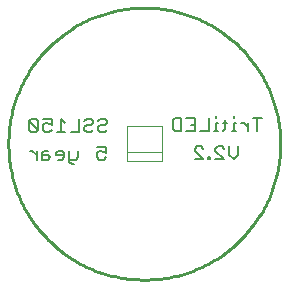
<source format=gbo>
G75*
%MOIN*%
%OFA0B0*%
%FSLAX25Y25*%
%IPPOS*%
%LPD*%
%AMOC8*
5,1,8,0,0,1.08239X$1,22.5*
%
%ADD10C,0.01000*%
%ADD11C,0.00700*%
%ADD12C,0.00394*%
D10*
X0041762Y0059000D02*
X0041776Y0060112D01*
X0041817Y0061223D01*
X0041885Y0062332D01*
X0041980Y0063440D01*
X0042103Y0064545D01*
X0042252Y0065647D01*
X0042429Y0066745D01*
X0042632Y0067838D01*
X0042863Y0068925D01*
X0043120Y0070007D01*
X0043403Y0071082D01*
X0043713Y0072150D01*
X0044048Y0073210D01*
X0044410Y0074261D01*
X0044797Y0075303D01*
X0045210Y0076336D01*
X0045648Y0077357D01*
X0046111Y0078368D01*
X0046599Y0079367D01*
X0047111Y0080354D01*
X0047647Y0081328D01*
X0048207Y0082289D01*
X0048790Y0083235D01*
X0049396Y0084167D01*
X0050025Y0085084D01*
X0050677Y0085985D01*
X0051350Y0086870D01*
X0052045Y0087738D01*
X0052760Y0088589D01*
X0053497Y0089422D01*
X0054254Y0090236D01*
X0055030Y0091032D01*
X0055826Y0091808D01*
X0056640Y0092565D01*
X0057473Y0093302D01*
X0058324Y0094017D01*
X0059192Y0094712D01*
X0060077Y0095385D01*
X0060978Y0096037D01*
X0061895Y0096666D01*
X0062827Y0097272D01*
X0063773Y0097855D01*
X0064734Y0098415D01*
X0065708Y0098951D01*
X0066695Y0099463D01*
X0067694Y0099951D01*
X0068705Y0100414D01*
X0069726Y0100852D01*
X0070759Y0101265D01*
X0071801Y0101652D01*
X0072852Y0102014D01*
X0073912Y0102349D01*
X0074980Y0102659D01*
X0076055Y0102942D01*
X0077137Y0103199D01*
X0078224Y0103430D01*
X0079317Y0103633D01*
X0080415Y0103810D01*
X0081517Y0103959D01*
X0082622Y0104082D01*
X0083730Y0104177D01*
X0084839Y0104245D01*
X0085950Y0104286D01*
X0087062Y0104300D01*
X0088174Y0104286D01*
X0089285Y0104245D01*
X0090394Y0104177D01*
X0091502Y0104082D01*
X0092607Y0103959D01*
X0093709Y0103810D01*
X0094807Y0103633D01*
X0095900Y0103430D01*
X0096987Y0103199D01*
X0098069Y0102942D01*
X0099144Y0102659D01*
X0100212Y0102349D01*
X0101272Y0102014D01*
X0102323Y0101652D01*
X0103365Y0101265D01*
X0104398Y0100852D01*
X0105419Y0100414D01*
X0106430Y0099951D01*
X0107429Y0099463D01*
X0108416Y0098951D01*
X0109390Y0098415D01*
X0110351Y0097855D01*
X0111297Y0097272D01*
X0112229Y0096666D01*
X0113146Y0096037D01*
X0114047Y0095385D01*
X0114932Y0094712D01*
X0115800Y0094017D01*
X0116651Y0093302D01*
X0117484Y0092565D01*
X0118298Y0091808D01*
X0119094Y0091032D01*
X0119870Y0090236D01*
X0120627Y0089422D01*
X0121364Y0088589D01*
X0122079Y0087738D01*
X0122774Y0086870D01*
X0123447Y0085985D01*
X0124099Y0085084D01*
X0124728Y0084167D01*
X0125334Y0083235D01*
X0125917Y0082289D01*
X0126477Y0081328D01*
X0127013Y0080354D01*
X0127525Y0079367D01*
X0128013Y0078368D01*
X0128476Y0077357D01*
X0128914Y0076336D01*
X0129327Y0075303D01*
X0129714Y0074261D01*
X0130076Y0073210D01*
X0130411Y0072150D01*
X0130721Y0071082D01*
X0131004Y0070007D01*
X0131261Y0068925D01*
X0131492Y0067838D01*
X0131695Y0066745D01*
X0131872Y0065647D01*
X0132021Y0064545D01*
X0132144Y0063440D01*
X0132239Y0062332D01*
X0132307Y0061223D01*
X0132348Y0060112D01*
X0132362Y0059000D01*
X0132348Y0057888D01*
X0132307Y0056777D01*
X0132239Y0055668D01*
X0132144Y0054560D01*
X0132021Y0053455D01*
X0131872Y0052353D01*
X0131695Y0051255D01*
X0131492Y0050162D01*
X0131261Y0049075D01*
X0131004Y0047993D01*
X0130721Y0046918D01*
X0130411Y0045850D01*
X0130076Y0044790D01*
X0129714Y0043739D01*
X0129327Y0042697D01*
X0128914Y0041664D01*
X0128476Y0040643D01*
X0128013Y0039632D01*
X0127525Y0038633D01*
X0127013Y0037646D01*
X0126477Y0036672D01*
X0125917Y0035711D01*
X0125334Y0034765D01*
X0124728Y0033833D01*
X0124099Y0032916D01*
X0123447Y0032015D01*
X0122774Y0031130D01*
X0122079Y0030262D01*
X0121364Y0029411D01*
X0120627Y0028578D01*
X0119870Y0027764D01*
X0119094Y0026968D01*
X0118298Y0026192D01*
X0117484Y0025435D01*
X0116651Y0024698D01*
X0115800Y0023983D01*
X0114932Y0023288D01*
X0114047Y0022615D01*
X0113146Y0021963D01*
X0112229Y0021334D01*
X0111297Y0020728D01*
X0110351Y0020145D01*
X0109390Y0019585D01*
X0108416Y0019049D01*
X0107429Y0018537D01*
X0106430Y0018049D01*
X0105419Y0017586D01*
X0104398Y0017148D01*
X0103365Y0016735D01*
X0102323Y0016348D01*
X0101272Y0015986D01*
X0100212Y0015651D01*
X0099144Y0015341D01*
X0098069Y0015058D01*
X0096987Y0014801D01*
X0095900Y0014570D01*
X0094807Y0014367D01*
X0093709Y0014190D01*
X0092607Y0014041D01*
X0091502Y0013918D01*
X0090394Y0013823D01*
X0089285Y0013755D01*
X0088174Y0013714D01*
X0087062Y0013700D01*
X0085950Y0013714D01*
X0084839Y0013755D01*
X0083730Y0013823D01*
X0082622Y0013918D01*
X0081517Y0014041D01*
X0080415Y0014190D01*
X0079317Y0014367D01*
X0078224Y0014570D01*
X0077137Y0014801D01*
X0076055Y0015058D01*
X0074980Y0015341D01*
X0073912Y0015651D01*
X0072852Y0015986D01*
X0071801Y0016348D01*
X0070759Y0016735D01*
X0069726Y0017148D01*
X0068705Y0017586D01*
X0067694Y0018049D01*
X0066695Y0018537D01*
X0065708Y0019049D01*
X0064734Y0019585D01*
X0063773Y0020145D01*
X0062827Y0020728D01*
X0061895Y0021334D01*
X0060978Y0021963D01*
X0060077Y0022615D01*
X0059192Y0023288D01*
X0058324Y0023983D01*
X0057473Y0024698D01*
X0056640Y0025435D01*
X0055826Y0026192D01*
X0055030Y0026968D01*
X0054254Y0027764D01*
X0053497Y0028578D01*
X0052760Y0029411D01*
X0052045Y0030262D01*
X0051350Y0031130D01*
X0050677Y0032015D01*
X0050025Y0032916D01*
X0049396Y0033833D01*
X0048790Y0034765D01*
X0048207Y0035711D01*
X0047647Y0036672D01*
X0047111Y0037646D01*
X0046599Y0038633D01*
X0046111Y0039632D01*
X0045648Y0040643D01*
X0045210Y0041664D01*
X0044797Y0042697D01*
X0044410Y0043739D01*
X0044048Y0044790D01*
X0043713Y0045850D01*
X0043403Y0046918D01*
X0043120Y0047993D01*
X0042863Y0049075D01*
X0042632Y0050162D01*
X0042429Y0051255D01*
X0042252Y0052353D01*
X0042103Y0053455D01*
X0041980Y0054560D01*
X0041885Y0055668D01*
X0041817Y0056777D01*
X0041776Y0057888D01*
X0041762Y0059000D01*
D11*
X0062136Y0053008D02*
X0062853Y0052290D01*
X0063570Y0052290D01*
X0062136Y0053008D02*
X0062136Y0056594D01*
X0060401Y0055877D02*
X0059683Y0056594D01*
X0058249Y0056594D01*
X0057532Y0055877D01*
X0057532Y0055160D01*
X0060401Y0055160D01*
X0060401Y0055877D02*
X0060401Y0054442D01*
X0059683Y0053725D01*
X0058249Y0053725D01*
X0062136Y0053725D02*
X0064287Y0053725D01*
X0065005Y0054442D01*
X0065005Y0056594D01*
X0071343Y0055877D02*
X0071343Y0054442D01*
X0072061Y0053725D01*
X0073495Y0053725D01*
X0074213Y0054442D01*
X0074213Y0055877D02*
X0072778Y0056594D01*
X0072061Y0056594D01*
X0071343Y0055877D01*
X0071343Y0058029D02*
X0074213Y0058029D01*
X0074213Y0055877D01*
X0073883Y0063012D02*
X0072448Y0063012D01*
X0071731Y0063730D01*
X0071731Y0064447D01*
X0072448Y0065164D01*
X0073883Y0065164D01*
X0074600Y0065882D01*
X0074600Y0066599D01*
X0073883Y0067316D01*
X0072448Y0067316D01*
X0071731Y0066599D01*
X0069996Y0066599D02*
X0069996Y0065882D01*
X0069279Y0065164D01*
X0067844Y0065164D01*
X0067127Y0064447D01*
X0067127Y0063730D01*
X0067844Y0063012D01*
X0069279Y0063012D01*
X0069996Y0063730D01*
X0069996Y0066599D02*
X0069279Y0067316D01*
X0067844Y0067316D01*
X0067127Y0066599D01*
X0065392Y0067316D02*
X0065392Y0063012D01*
X0062523Y0063012D01*
X0060788Y0063012D02*
X0057919Y0063012D01*
X0059354Y0063012D02*
X0059354Y0067316D01*
X0060788Y0065882D01*
X0056184Y0065164D02*
X0054750Y0065882D01*
X0054032Y0065882D01*
X0053315Y0065164D01*
X0053315Y0063730D01*
X0054032Y0063012D01*
X0055467Y0063012D01*
X0056184Y0063730D01*
X0056184Y0065164D02*
X0056184Y0067316D01*
X0053315Y0067316D01*
X0051580Y0066599D02*
X0050863Y0067316D01*
X0049429Y0067316D01*
X0048711Y0066599D01*
X0051580Y0063730D01*
X0050863Y0063012D01*
X0049429Y0063012D01*
X0048711Y0063730D01*
X0048711Y0066599D01*
X0051580Y0066599D02*
X0051580Y0063730D01*
X0051193Y0056594D02*
X0051193Y0053725D01*
X0051193Y0055160D02*
X0049758Y0056594D01*
X0049041Y0056594D01*
X0052928Y0055877D02*
X0052928Y0053725D01*
X0055080Y0053725D01*
X0055797Y0054442D01*
X0055080Y0055160D01*
X0052928Y0055160D01*
X0052928Y0055877D02*
X0053645Y0056594D01*
X0055080Y0056594D01*
X0073883Y0063012D02*
X0074600Y0063730D01*
X0096500Y0063880D02*
X0096500Y0066749D01*
X0097217Y0067466D01*
X0099369Y0067466D01*
X0099369Y0063162D01*
X0097217Y0063162D01*
X0096500Y0063880D01*
X0101104Y0063162D02*
X0103973Y0063162D01*
X0103973Y0067466D01*
X0101104Y0067466D01*
X0102538Y0065314D02*
X0103973Y0065314D01*
X0105708Y0063162D02*
X0108577Y0063162D01*
X0108577Y0067466D01*
X0110929Y0067466D02*
X0110929Y0068183D01*
X0110929Y0066032D02*
X0110929Y0063162D01*
X0111646Y0063162D02*
X0110211Y0063162D01*
X0113281Y0063162D02*
X0113998Y0063880D01*
X0113998Y0066749D01*
X0114715Y0066032D02*
X0113281Y0066032D01*
X0111646Y0066032D02*
X0110929Y0066032D01*
X0116350Y0063162D02*
X0117784Y0063162D01*
X0117067Y0063162D02*
X0117067Y0066032D01*
X0117784Y0066032D01*
X0117067Y0067466D02*
X0117067Y0068183D01*
X0119469Y0066032D02*
X0120187Y0066032D01*
X0121621Y0064597D01*
X0121621Y0063162D02*
X0121621Y0066032D01*
X0123356Y0067466D02*
X0126225Y0067466D01*
X0124790Y0067466D02*
X0124790Y0063162D01*
X0118250Y0058104D02*
X0118250Y0055235D01*
X0116815Y0053800D01*
X0115381Y0055235D01*
X0115381Y0058104D01*
X0113646Y0057386D02*
X0112929Y0058104D01*
X0111494Y0058104D01*
X0110777Y0057386D01*
X0110777Y0056669D01*
X0113646Y0053800D01*
X0110777Y0053800D01*
X0109042Y0053800D02*
X0108325Y0053800D01*
X0108325Y0054517D01*
X0109042Y0054517D01*
X0109042Y0053800D01*
X0106740Y0053800D02*
X0103871Y0056669D01*
X0103871Y0057386D01*
X0104588Y0058104D01*
X0106023Y0058104D01*
X0106740Y0057386D01*
X0106740Y0053800D02*
X0103871Y0053800D01*
D12*
X0092968Y0053094D02*
X0092968Y0056244D01*
X0081157Y0056244D01*
X0081157Y0053094D01*
X0092968Y0053094D01*
X0092968Y0056244D02*
X0092968Y0064906D01*
X0081157Y0064906D01*
X0081157Y0056244D01*
M02*

</source>
